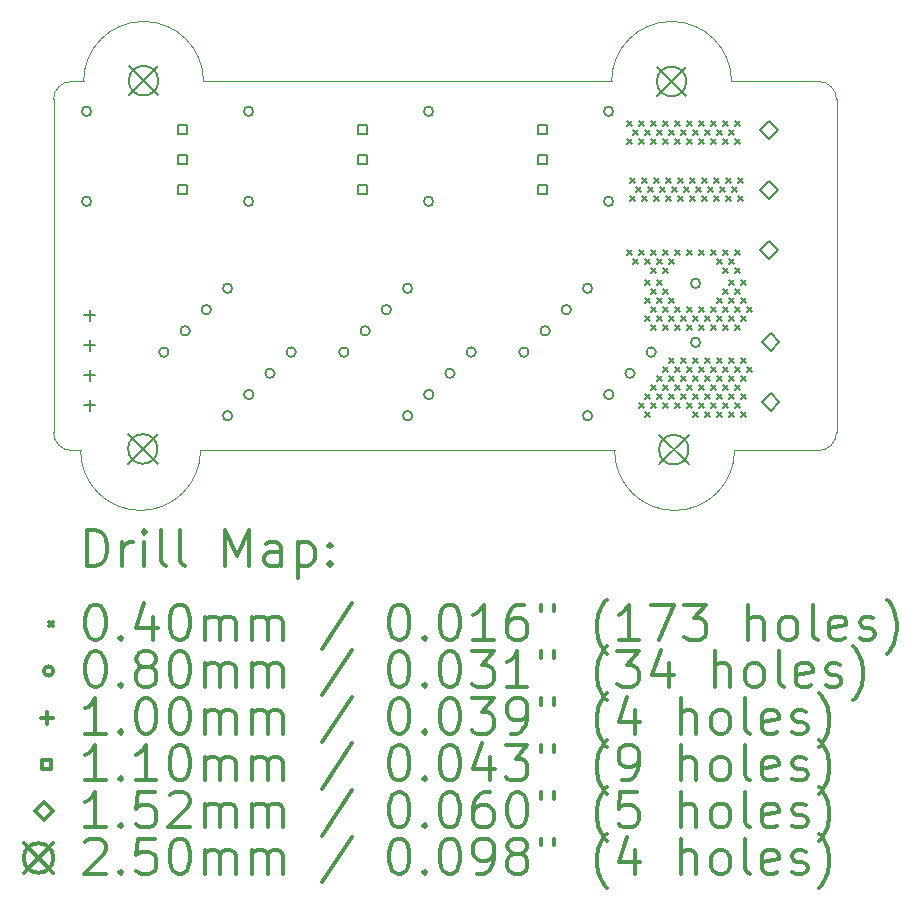
<source format=gbr>
%FSLAX45Y45*%
G04 Gerber Fmt 4.5, Leading zero omitted, Abs format (unit mm)*
G04 Created by KiCad (PCBNEW 5.1.6-c6e7f7d~87~ubuntu18.04.1) date 2021-06-08 22:03:30*
%MOMM*%
%LPD*%
G01*
G04 APERTURE LIST*
%TA.AperFunction,Profile*%
%ADD10C,0.050000*%
%TD*%
%ADD11C,0.200000*%
%ADD12C,0.300000*%
G04 APERTURE END LIST*
D10*
X21132800Y-10439400D02*
G75*
G02*
X20980400Y-10591800I-152400J0D01*
G01*
X20980400Y-7467600D02*
G75*
G02*
X21132800Y-7620000I0J-152400D01*
G01*
X14503400Y-7620000D02*
X14503400Y-10439400D01*
X14503400Y-7620000D02*
G75*
G02*
X14655800Y-7467600I152400J0D01*
G01*
X14655800Y-10591800D02*
G75*
G02*
X14503400Y-10439400I0J152400D01*
G01*
X14655800Y-7467600D02*
X14757400Y-7467600D01*
X14732000Y-10591800D02*
X14655800Y-10591800D01*
X19253200Y-10591800D02*
X15748000Y-10591800D01*
X20980400Y-10591800D02*
X20269200Y-10591800D01*
X21132800Y-7620000D02*
X21132800Y-10439400D01*
X20243800Y-7467600D02*
X20980400Y-7467600D01*
X15773400Y-7467600D02*
X19227800Y-7467600D01*
X20269200Y-10591800D02*
G75*
G02*
X19253200Y-10591800I-508000J0D01*
G01*
X19227800Y-7467600D02*
G75*
G02*
X20243800Y-7467600I508000J0D01*
G01*
X14757400Y-7467600D02*
G75*
G02*
X15773400Y-7467600I508000J0D01*
G01*
X15748000Y-10591800D02*
G75*
G02*
X14732000Y-10591800I-508000J0D01*
G01*
D11*
X19360200Y-7803200D02*
X19400200Y-7843200D01*
X19400200Y-7803200D02*
X19360200Y-7843200D01*
X19360200Y-7955600D02*
X19400200Y-7995600D01*
X19400200Y-7955600D02*
X19360200Y-7995600D01*
X19360200Y-8895400D02*
X19400200Y-8935400D01*
X19400200Y-8895400D02*
X19360200Y-8935400D01*
X19385600Y-8285800D02*
X19425600Y-8325800D01*
X19425600Y-8285800D02*
X19385600Y-8325800D01*
X19385600Y-8438200D02*
X19425600Y-8478200D01*
X19425600Y-8438200D02*
X19385600Y-8478200D01*
X19411000Y-7879400D02*
X19451000Y-7919400D01*
X19451000Y-7879400D02*
X19411000Y-7919400D01*
X19411000Y-8971600D02*
X19451000Y-9011600D01*
X19451000Y-8971600D02*
X19411000Y-9011600D01*
X19436400Y-8362000D02*
X19476400Y-8402000D01*
X19476400Y-8362000D02*
X19436400Y-8402000D01*
X19461800Y-7803200D02*
X19501800Y-7843200D01*
X19501800Y-7803200D02*
X19461800Y-7843200D01*
X19461800Y-7955600D02*
X19501800Y-7995600D01*
X19501800Y-7955600D02*
X19461800Y-7995600D01*
X19461800Y-8895400D02*
X19501800Y-8935400D01*
X19501800Y-8895400D02*
X19461800Y-8935400D01*
X19461800Y-10190800D02*
X19501800Y-10230800D01*
X19501800Y-10190800D02*
X19461800Y-10230800D01*
X19487200Y-8285800D02*
X19527200Y-8325800D01*
X19527200Y-8285800D02*
X19487200Y-8325800D01*
X19487200Y-8438200D02*
X19527200Y-8478200D01*
X19527200Y-8438200D02*
X19487200Y-8478200D01*
X19512600Y-7879400D02*
X19552600Y-7919400D01*
X19552600Y-7879400D02*
X19512600Y-7919400D01*
X19512600Y-8971600D02*
X19552600Y-9011600D01*
X19552600Y-8971600D02*
X19512600Y-9011600D01*
X19512600Y-9149400D02*
X19552600Y-9189400D01*
X19552600Y-9149400D02*
X19512600Y-9189400D01*
X19512600Y-9301800D02*
X19552600Y-9341800D01*
X19552600Y-9301800D02*
X19512600Y-9341800D01*
X19512600Y-9454200D02*
X19552600Y-9494200D01*
X19552600Y-9454200D02*
X19512600Y-9494200D01*
X19512600Y-10114600D02*
X19552600Y-10154600D01*
X19552600Y-10114600D02*
X19512600Y-10154600D01*
X19512600Y-10267000D02*
X19552600Y-10307000D01*
X19552600Y-10267000D02*
X19512600Y-10307000D01*
X19538000Y-8362000D02*
X19578000Y-8402000D01*
X19578000Y-8362000D02*
X19538000Y-8402000D01*
X19563400Y-7803200D02*
X19603400Y-7843200D01*
X19603400Y-7803200D02*
X19563400Y-7843200D01*
X19563400Y-7955600D02*
X19603400Y-7995600D01*
X19603400Y-7955600D02*
X19563400Y-7995600D01*
X19563400Y-8895400D02*
X19603400Y-8935400D01*
X19603400Y-8895400D02*
X19563400Y-8935400D01*
X19563400Y-9047800D02*
X19603400Y-9087800D01*
X19603400Y-9047800D02*
X19563400Y-9087800D01*
X19563400Y-9225600D02*
X19603400Y-9265600D01*
X19603400Y-9225600D02*
X19563400Y-9265600D01*
X19563400Y-9378000D02*
X19603400Y-9418000D01*
X19603400Y-9378000D02*
X19563400Y-9418000D01*
X19563400Y-9530400D02*
X19603400Y-9570400D01*
X19603400Y-9530400D02*
X19563400Y-9570400D01*
X19563400Y-10038400D02*
X19603400Y-10078400D01*
X19603400Y-10038400D02*
X19563400Y-10078400D01*
X19563400Y-10190800D02*
X19603400Y-10230800D01*
X19603400Y-10190800D02*
X19563400Y-10230800D01*
X19588800Y-8285800D02*
X19628800Y-8325800D01*
X19628800Y-8285800D02*
X19588800Y-8325800D01*
X19588800Y-8438200D02*
X19628800Y-8478200D01*
X19628800Y-8438200D02*
X19588800Y-8478200D01*
X19614200Y-7879400D02*
X19654200Y-7919400D01*
X19654200Y-7879400D02*
X19614200Y-7919400D01*
X19614200Y-8971600D02*
X19654200Y-9011600D01*
X19654200Y-8971600D02*
X19614200Y-9011600D01*
X19614200Y-9149400D02*
X19654200Y-9189400D01*
X19654200Y-9149400D02*
X19614200Y-9189400D01*
X19614200Y-9301800D02*
X19654200Y-9341800D01*
X19654200Y-9301800D02*
X19614200Y-9341800D01*
X19614200Y-9454200D02*
X19654200Y-9494200D01*
X19654200Y-9454200D02*
X19614200Y-9494200D01*
X19614200Y-9962200D02*
X19654200Y-10002200D01*
X19654200Y-9962200D02*
X19614200Y-10002200D01*
X19614200Y-10114600D02*
X19654200Y-10154600D01*
X19654200Y-10114600D02*
X19614200Y-10154600D01*
X19639600Y-8362000D02*
X19679600Y-8402000D01*
X19679600Y-8362000D02*
X19639600Y-8402000D01*
X19665000Y-7803200D02*
X19705000Y-7843200D01*
X19705000Y-7803200D02*
X19665000Y-7843200D01*
X19665000Y-7955600D02*
X19705000Y-7995600D01*
X19705000Y-7955600D02*
X19665000Y-7995600D01*
X19665000Y-8895400D02*
X19705000Y-8935400D01*
X19705000Y-8895400D02*
X19665000Y-8935400D01*
X19665000Y-9047800D02*
X19705000Y-9087800D01*
X19705000Y-9047800D02*
X19665000Y-9087800D01*
X19665000Y-9225600D02*
X19705000Y-9265600D01*
X19705000Y-9225600D02*
X19665000Y-9265600D01*
X19665000Y-9378000D02*
X19705000Y-9418000D01*
X19705000Y-9378000D02*
X19665000Y-9418000D01*
X19665000Y-9530400D02*
X19705000Y-9570400D01*
X19705000Y-9530400D02*
X19665000Y-9570400D01*
X19665000Y-9886000D02*
X19705000Y-9926000D01*
X19705000Y-9886000D02*
X19665000Y-9926000D01*
X19665000Y-10038400D02*
X19705000Y-10078400D01*
X19705000Y-10038400D02*
X19665000Y-10078400D01*
X19665000Y-10190800D02*
X19705000Y-10230800D01*
X19705000Y-10190800D02*
X19665000Y-10230800D01*
X19690400Y-8285800D02*
X19730400Y-8325800D01*
X19730400Y-8285800D02*
X19690400Y-8325800D01*
X19690400Y-8438200D02*
X19730400Y-8478200D01*
X19730400Y-8438200D02*
X19690400Y-8478200D01*
X19715800Y-7879400D02*
X19755800Y-7919400D01*
X19755800Y-7879400D02*
X19715800Y-7919400D01*
X19715800Y-8971600D02*
X19755800Y-9011600D01*
X19755800Y-8971600D02*
X19715800Y-9011600D01*
X19715800Y-9301800D02*
X19755800Y-9341800D01*
X19755800Y-9301800D02*
X19715800Y-9341800D01*
X19715800Y-9454200D02*
X19755800Y-9494200D01*
X19755800Y-9454200D02*
X19715800Y-9494200D01*
X19715800Y-9809800D02*
X19755800Y-9849800D01*
X19755800Y-9809800D02*
X19715800Y-9849800D01*
X19715800Y-9962200D02*
X19755800Y-10002200D01*
X19755800Y-9962200D02*
X19715800Y-10002200D01*
X19715800Y-10114600D02*
X19755800Y-10154600D01*
X19755800Y-10114600D02*
X19715800Y-10154600D01*
X19741200Y-8362000D02*
X19781200Y-8402000D01*
X19781200Y-8362000D02*
X19741200Y-8402000D01*
X19766600Y-7803200D02*
X19806600Y-7843200D01*
X19806600Y-7803200D02*
X19766600Y-7843200D01*
X19766600Y-7955600D02*
X19806600Y-7995600D01*
X19806600Y-7955600D02*
X19766600Y-7995600D01*
X19766600Y-8895400D02*
X19806600Y-8935400D01*
X19806600Y-8895400D02*
X19766600Y-8935400D01*
X19766600Y-9378000D02*
X19806600Y-9418000D01*
X19806600Y-9378000D02*
X19766600Y-9418000D01*
X19766600Y-9530400D02*
X19806600Y-9570400D01*
X19806600Y-9530400D02*
X19766600Y-9570400D01*
X19766600Y-9886000D02*
X19806600Y-9926000D01*
X19806600Y-9886000D02*
X19766600Y-9926000D01*
X19766600Y-10038400D02*
X19806600Y-10078400D01*
X19806600Y-10038400D02*
X19766600Y-10078400D01*
X19766600Y-10190800D02*
X19806600Y-10230800D01*
X19806600Y-10190800D02*
X19766600Y-10230800D01*
X19792000Y-8285800D02*
X19832000Y-8325800D01*
X19832000Y-8285800D02*
X19792000Y-8325800D01*
X19792000Y-8438200D02*
X19832000Y-8478200D01*
X19832000Y-8438200D02*
X19792000Y-8478200D01*
X19817400Y-7879400D02*
X19857400Y-7919400D01*
X19857400Y-7879400D02*
X19817400Y-7919400D01*
X19817400Y-9454200D02*
X19857400Y-9494200D01*
X19857400Y-9454200D02*
X19817400Y-9494200D01*
X19817400Y-9809800D02*
X19857400Y-9849800D01*
X19857400Y-9809800D02*
X19817400Y-9849800D01*
X19817400Y-9962200D02*
X19857400Y-10002200D01*
X19857400Y-9962200D02*
X19817400Y-10002200D01*
X19817400Y-10114600D02*
X19857400Y-10154600D01*
X19857400Y-10114600D02*
X19817400Y-10154600D01*
X19842800Y-8362000D02*
X19882800Y-8402000D01*
X19882800Y-8362000D02*
X19842800Y-8402000D01*
X19868200Y-7803200D02*
X19908200Y-7843200D01*
X19908200Y-7803200D02*
X19868200Y-7843200D01*
X19868200Y-7955600D02*
X19908200Y-7995600D01*
X19908200Y-7955600D02*
X19868200Y-7995600D01*
X19868200Y-8895400D02*
X19908200Y-8935400D01*
X19908200Y-8895400D02*
X19868200Y-8935400D01*
X19868200Y-9378000D02*
X19908200Y-9418000D01*
X19908200Y-9378000D02*
X19868200Y-9418000D01*
X19868200Y-9530400D02*
X19908200Y-9570400D01*
X19908200Y-9530400D02*
X19868200Y-9570400D01*
X19868200Y-9886000D02*
X19908200Y-9926000D01*
X19908200Y-9886000D02*
X19868200Y-9926000D01*
X19868200Y-10038400D02*
X19908200Y-10078400D01*
X19908200Y-10038400D02*
X19868200Y-10078400D01*
X19868200Y-10190800D02*
X19908200Y-10230800D01*
X19908200Y-10190800D02*
X19868200Y-10230800D01*
X19893600Y-8285800D02*
X19933600Y-8325800D01*
X19933600Y-8285800D02*
X19893600Y-8325800D01*
X19893600Y-8438200D02*
X19933600Y-8478200D01*
X19933600Y-8438200D02*
X19893600Y-8478200D01*
X19919000Y-7879400D02*
X19959000Y-7919400D01*
X19959000Y-7879400D02*
X19919000Y-7919400D01*
X19919000Y-9454200D02*
X19959000Y-9494200D01*
X19959000Y-9454200D02*
X19919000Y-9494200D01*
X19919000Y-9809800D02*
X19959000Y-9849800D01*
X19959000Y-9809800D02*
X19919000Y-9849800D01*
X19919000Y-9962200D02*
X19959000Y-10002200D01*
X19959000Y-9962200D02*
X19919000Y-10002200D01*
X19919000Y-10114600D02*
X19959000Y-10154600D01*
X19959000Y-10114600D02*
X19919000Y-10154600D01*
X19919000Y-10267000D02*
X19959000Y-10307000D01*
X19959000Y-10267000D02*
X19919000Y-10307000D01*
X19944400Y-8362000D02*
X19984400Y-8402000D01*
X19984400Y-8362000D02*
X19944400Y-8402000D01*
X19969800Y-7803200D02*
X20009800Y-7843200D01*
X20009800Y-7803200D02*
X19969800Y-7843200D01*
X19969800Y-7955600D02*
X20009800Y-7995600D01*
X20009800Y-7955600D02*
X19969800Y-7995600D01*
X19969800Y-8895400D02*
X20009800Y-8935400D01*
X20009800Y-8895400D02*
X19969800Y-8935400D01*
X19969800Y-9378000D02*
X20009800Y-9418000D01*
X20009800Y-9378000D02*
X19969800Y-9418000D01*
X19969800Y-9530400D02*
X20009800Y-9570400D01*
X20009800Y-9530400D02*
X19969800Y-9570400D01*
X19969800Y-9886000D02*
X20009800Y-9926000D01*
X20009800Y-9886000D02*
X19969800Y-9926000D01*
X19969800Y-10038400D02*
X20009800Y-10078400D01*
X20009800Y-10038400D02*
X19969800Y-10078400D01*
X19969800Y-10190800D02*
X20009800Y-10230800D01*
X20009800Y-10190800D02*
X19969800Y-10230800D01*
X19995200Y-8285800D02*
X20035200Y-8325800D01*
X20035200Y-8285800D02*
X19995200Y-8325800D01*
X19995200Y-8438200D02*
X20035200Y-8478200D01*
X20035200Y-8438200D02*
X19995200Y-8478200D01*
X20020600Y-7879400D02*
X20060600Y-7919400D01*
X20060600Y-7879400D02*
X20020600Y-7919400D01*
X20020600Y-9454200D02*
X20060600Y-9494200D01*
X20060600Y-9454200D02*
X20020600Y-9494200D01*
X20020600Y-9809800D02*
X20060600Y-9849800D01*
X20060600Y-9809800D02*
X20020600Y-9849800D01*
X20020600Y-9962200D02*
X20060600Y-10002200D01*
X20060600Y-9962200D02*
X20020600Y-10002200D01*
X20020600Y-10114600D02*
X20060600Y-10154600D01*
X20060600Y-10114600D02*
X20020600Y-10154600D01*
X20020600Y-10267000D02*
X20060600Y-10307000D01*
X20060600Y-10267000D02*
X20020600Y-10307000D01*
X20046000Y-8362000D02*
X20086000Y-8402000D01*
X20086000Y-8362000D02*
X20046000Y-8402000D01*
X20071400Y-7803200D02*
X20111400Y-7843200D01*
X20111400Y-7803200D02*
X20071400Y-7843200D01*
X20071400Y-7955600D02*
X20111400Y-7995600D01*
X20111400Y-7955600D02*
X20071400Y-7995600D01*
X20071400Y-8895400D02*
X20111400Y-8935400D01*
X20111400Y-8895400D02*
X20071400Y-8935400D01*
X20071400Y-9378000D02*
X20111400Y-9418000D01*
X20111400Y-9378000D02*
X20071400Y-9418000D01*
X20071400Y-9530400D02*
X20111400Y-9570400D01*
X20111400Y-9530400D02*
X20071400Y-9570400D01*
X20071400Y-9886000D02*
X20111400Y-9926000D01*
X20111400Y-9886000D02*
X20071400Y-9926000D01*
X20071400Y-10038400D02*
X20111400Y-10078400D01*
X20111400Y-10038400D02*
X20071400Y-10078400D01*
X20071400Y-10190800D02*
X20111400Y-10230800D01*
X20111400Y-10190800D02*
X20071400Y-10230800D01*
X20096800Y-8285800D02*
X20136800Y-8325800D01*
X20136800Y-8285800D02*
X20096800Y-8325800D01*
X20096800Y-8438200D02*
X20136800Y-8478200D01*
X20136800Y-8438200D02*
X20096800Y-8478200D01*
X20122200Y-7879400D02*
X20162200Y-7919400D01*
X20162200Y-7879400D02*
X20122200Y-7919400D01*
X20122200Y-8971600D02*
X20162200Y-9011600D01*
X20162200Y-8971600D02*
X20122200Y-9011600D01*
X20122200Y-9301800D02*
X20162200Y-9341800D01*
X20162200Y-9301800D02*
X20122200Y-9341800D01*
X20122200Y-9454200D02*
X20162200Y-9494200D01*
X20162200Y-9454200D02*
X20122200Y-9494200D01*
X20122200Y-9809800D02*
X20162200Y-9849800D01*
X20162200Y-9809800D02*
X20122200Y-9849800D01*
X20122200Y-9962200D02*
X20162200Y-10002200D01*
X20162200Y-9962200D02*
X20122200Y-10002200D01*
X20122200Y-10114600D02*
X20162200Y-10154600D01*
X20162200Y-10114600D02*
X20122200Y-10154600D01*
X20122200Y-10267000D02*
X20162200Y-10307000D01*
X20162200Y-10267000D02*
X20122200Y-10307000D01*
X20147600Y-8362000D02*
X20187600Y-8402000D01*
X20187600Y-8362000D02*
X20147600Y-8402000D01*
X20173000Y-7803200D02*
X20213000Y-7843200D01*
X20213000Y-7803200D02*
X20173000Y-7843200D01*
X20173000Y-7955600D02*
X20213000Y-7995600D01*
X20213000Y-7955600D02*
X20173000Y-7995600D01*
X20173000Y-8895400D02*
X20213000Y-8935400D01*
X20213000Y-8895400D02*
X20173000Y-8935400D01*
X20173000Y-9047800D02*
X20213000Y-9087800D01*
X20213000Y-9047800D02*
X20173000Y-9087800D01*
X20173000Y-9225600D02*
X20213000Y-9265600D01*
X20213000Y-9225600D02*
X20173000Y-9265600D01*
X20173000Y-9378000D02*
X20213000Y-9418000D01*
X20213000Y-9378000D02*
X20173000Y-9418000D01*
X20173000Y-9530400D02*
X20213000Y-9570400D01*
X20213000Y-9530400D02*
X20173000Y-9570400D01*
X20173000Y-9886000D02*
X20213000Y-9926000D01*
X20213000Y-9886000D02*
X20173000Y-9926000D01*
X20173000Y-10038400D02*
X20213000Y-10078400D01*
X20213000Y-10038400D02*
X20173000Y-10078400D01*
X20173000Y-10190800D02*
X20213000Y-10230800D01*
X20213000Y-10190800D02*
X20173000Y-10230800D01*
X20198400Y-8285800D02*
X20238400Y-8325800D01*
X20238400Y-8285800D02*
X20198400Y-8325800D01*
X20198400Y-8438200D02*
X20238400Y-8478200D01*
X20238400Y-8438200D02*
X20198400Y-8478200D01*
X20223800Y-7879400D02*
X20263800Y-7919400D01*
X20263800Y-7879400D02*
X20223800Y-7919400D01*
X20223800Y-8971600D02*
X20263800Y-9011600D01*
X20263800Y-8971600D02*
X20223800Y-9011600D01*
X20223800Y-9149400D02*
X20263800Y-9189400D01*
X20263800Y-9149400D02*
X20223800Y-9189400D01*
X20223800Y-9301800D02*
X20263800Y-9341800D01*
X20263800Y-9301800D02*
X20223800Y-9341800D01*
X20223800Y-9454200D02*
X20263800Y-9494200D01*
X20263800Y-9454200D02*
X20223800Y-9494200D01*
X20223800Y-9809800D02*
X20263800Y-9849800D01*
X20263800Y-9809800D02*
X20223800Y-9849800D01*
X20223800Y-9962200D02*
X20263800Y-10002200D01*
X20263800Y-9962200D02*
X20223800Y-10002200D01*
X20223800Y-10114600D02*
X20263800Y-10154600D01*
X20263800Y-10114600D02*
X20223800Y-10154600D01*
X20223800Y-10267000D02*
X20263800Y-10307000D01*
X20263800Y-10267000D02*
X20223800Y-10307000D01*
X20249200Y-8362000D02*
X20289200Y-8402000D01*
X20289200Y-8362000D02*
X20249200Y-8402000D01*
X20274600Y-7803200D02*
X20314600Y-7843200D01*
X20314600Y-7803200D02*
X20274600Y-7843200D01*
X20274600Y-7955600D02*
X20314600Y-7995600D01*
X20314600Y-7955600D02*
X20274600Y-7995600D01*
X20274600Y-8895400D02*
X20314600Y-8935400D01*
X20314600Y-8895400D02*
X20274600Y-8935400D01*
X20274600Y-9047800D02*
X20314600Y-9087800D01*
X20314600Y-9047800D02*
X20274600Y-9087800D01*
X20274600Y-9225600D02*
X20314600Y-9265600D01*
X20314600Y-9225600D02*
X20274600Y-9265600D01*
X20274600Y-9378000D02*
X20314600Y-9418000D01*
X20314600Y-9378000D02*
X20274600Y-9418000D01*
X20274600Y-9530400D02*
X20314600Y-9570400D01*
X20314600Y-9530400D02*
X20274600Y-9570400D01*
X20274600Y-9886000D02*
X20314600Y-9926000D01*
X20314600Y-9886000D02*
X20274600Y-9926000D01*
X20274600Y-10038400D02*
X20314600Y-10078400D01*
X20314600Y-10038400D02*
X20274600Y-10078400D01*
X20274600Y-10190800D02*
X20314600Y-10230800D01*
X20314600Y-10190800D02*
X20274600Y-10230800D01*
X20300000Y-8285800D02*
X20340000Y-8325800D01*
X20340000Y-8285800D02*
X20300000Y-8325800D01*
X20300000Y-8438200D02*
X20340000Y-8478200D01*
X20340000Y-8438200D02*
X20300000Y-8478200D01*
X20325400Y-9149400D02*
X20365400Y-9189400D01*
X20365400Y-9149400D02*
X20325400Y-9189400D01*
X20325400Y-9301800D02*
X20365400Y-9341800D01*
X20365400Y-9301800D02*
X20325400Y-9341800D01*
X20325400Y-9454200D02*
X20365400Y-9494200D01*
X20365400Y-9454200D02*
X20325400Y-9494200D01*
X20325400Y-9809800D02*
X20365400Y-9849800D01*
X20365400Y-9809800D02*
X20325400Y-9849800D01*
X20325400Y-9962200D02*
X20365400Y-10002200D01*
X20365400Y-9962200D02*
X20325400Y-10002200D01*
X20325400Y-10114600D02*
X20365400Y-10154600D01*
X20365400Y-10114600D02*
X20325400Y-10154600D01*
X20325400Y-10267000D02*
X20365400Y-10307000D01*
X20365400Y-10267000D02*
X20325400Y-10307000D01*
X20376200Y-9378000D02*
X20416200Y-9418000D01*
X20416200Y-9378000D02*
X20376200Y-9418000D01*
X20376200Y-9886000D02*
X20416200Y-9926000D01*
X20416200Y-9886000D02*
X20376200Y-9926000D01*
X15477785Y-9759015D02*
G75*
G03*
X15477785Y-9759015I-40000J0D01*
G01*
X15657390Y-9579410D02*
G75*
G03*
X15657390Y-9579410I-40000J0D01*
G01*
X15836995Y-9399805D02*
G75*
G03*
X15836995Y-9399805I-40000J0D01*
G01*
X16016600Y-9220200D02*
G75*
G03*
X16016600Y-9220200I-40000J0D01*
G01*
X16016600Y-10297831D02*
G75*
G03*
X16016600Y-10297831I-40000J0D01*
G01*
X16196205Y-10118226D02*
G75*
G03*
X16196205Y-10118226I-40000J0D01*
G01*
X16375810Y-9938621D02*
G75*
G03*
X16375810Y-9938621I-40000J0D01*
G01*
X16555415Y-9759015D02*
G75*
G03*
X16555415Y-9759015I-40000J0D01*
G01*
X16194400Y-7721600D02*
G75*
G03*
X16194400Y-7721600I-40000J0D01*
G01*
X16194400Y-8483600D02*
G75*
G03*
X16194400Y-8483600I-40000J0D01*
G01*
X17718400Y-7721600D02*
G75*
G03*
X17718400Y-7721600I-40000J0D01*
G01*
X17718400Y-8483600D02*
G75*
G03*
X17718400Y-8483600I-40000J0D01*
G01*
X18525785Y-9759015D02*
G75*
G03*
X18525785Y-9759015I-40000J0D01*
G01*
X18705390Y-9579410D02*
G75*
G03*
X18705390Y-9579410I-40000J0D01*
G01*
X18884995Y-9399805D02*
G75*
G03*
X18884995Y-9399805I-40000J0D01*
G01*
X19064600Y-9220200D02*
G75*
G03*
X19064600Y-9220200I-40000J0D01*
G01*
X19064600Y-10297831D02*
G75*
G03*
X19064600Y-10297831I-40000J0D01*
G01*
X19244205Y-10118226D02*
G75*
G03*
X19244205Y-10118226I-40000J0D01*
G01*
X19423810Y-9938621D02*
G75*
G03*
X19423810Y-9938621I-40000J0D01*
G01*
X19603415Y-9759015D02*
G75*
G03*
X19603415Y-9759015I-40000J0D01*
G01*
X14822800Y-7721600D02*
G75*
G03*
X14822800Y-7721600I-40000J0D01*
G01*
X14822800Y-8483600D02*
G75*
G03*
X14822800Y-8483600I-40000J0D01*
G01*
X19979000Y-9177400D02*
G75*
G03*
X19979000Y-9177400I-40000J0D01*
G01*
X19979000Y-9677400D02*
G75*
G03*
X19979000Y-9677400I-40000J0D01*
G01*
X17001785Y-9759015D02*
G75*
G03*
X17001785Y-9759015I-40000J0D01*
G01*
X17181390Y-9579410D02*
G75*
G03*
X17181390Y-9579410I-40000J0D01*
G01*
X17360995Y-9399805D02*
G75*
G03*
X17360995Y-9399805I-40000J0D01*
G01*
X17540600Y-9220200D02*
G75*
G03*
X17540600Y-9220200I-40000J0D01*
G01*
X17540600Y-10297831D02*
G75*
G03*
X17540600Y-10297831I-40000J0D01*
G01*
X17720205Y-10118226D02*
G75*
G03*
X17720205Y-10118226I-40000J0D01*
G01*
X17899810Y-9938621D02*
G75*
G03*
X17899810Y-9938621I-40000J0D01*
G01*
X18079415Y-9759015D02*
G75*
G03*
X18079415Y-9759015I-40000J0D01*
G01*
X19242400Y-7721600D02*
G75*
G03*
X19242400Y-7721600I-40000J0D01*
G01*
X19242400Y-8483600D02*
G75*
G03*
X19242400Y-8483600I-40000J0D01*
G01*
X14808200Y-9398800D02*
X14808200Y-9498800D01*
X14758200Y-9448800D02*
X14858200Y-9448800D01*
X14808200Y-9652800D02*
X14808200Y-9752800D01*
X14758200Y-9702800D02*
X14858200Y-9702800D01*
X14808200Y-9906800D02*
X14808200Y-10006800D01*
X14758200Y-9956800D02*
X14858200Y-9956800D01*
X14808200Y-10160800D02*
X14808200Y-10260800D01*
X14758200Y-10210800D02*
X14858200Y-10210800D01*
X15634491Y-7912891D02*
X15634491Y-7835109D01*
X15556709Y-7835109D01*
X15556709Y-7912891D01*
X15634491Y-7912891D01*
X15634491Y-8166891D02*
X15634491Y-8089109D01*
X15556709Y-8089109D01*
X15556709Y-8166891D01*
X15634491Y-8166891D01*
X15634491Y-8420891D02*
X15634491Y-8343109D01*
X15556709Y-8343109D01*
X15556709Y-8420891D01*
X15634491Y-8420891D01*
X17158491Y-7912891D02*
X17158491Y-7835109D01*
X17080709Y-7835109D01*
X17080709Y-7912891D01*
X17158491Y-7912891D01*
X17158491Y-8166891D02*
X17158491Y-8089109D01*
X17080709Y-8089109D01*
X17080709Y-8166891D01*
X17158491Y-8166891D01*
X17158491Y-8420891D02*
X17158491Y-8343109D01*
X17080709Y-8343109D01*
X17080709Y-8420891D01*
X17158491Y-8420891D01*
X18682491Y-7912891D02*
X18682491Y-7835109D01*
X18604709Y-7835109D01*
X18604709Y-7912891D01*
X18682491Y-7912891D01*
X18682491Y-8166891D02*
X18682491Y-8089109D01*
X18604709Y-8089109D01*
X18604709Y-8166891D01*
X18682491Y-8166891D01*
X18682491Y-8420891D02*
X18682491Y-8343109D01*
X18604709Y-8343109D01*
X18604709Y-8420891D01*
X18682491Y-8420891D01*
X20561300Y-7956350D02*
X20637300Y-7880350D01*
X20561300Y-7804350D01*
X20485300Y-7880350D01*
X20561300Y-7956350D01*
X20561300Y-8464350D02*
X20637300Y-8388350D01*
X20561300Y-8312350D01*
X20485300Y-8388350D01*
X20561300Y-8464350D01*
X20561300Y-8972350D02*
X20637300Y-8896350D01*
X20561300Y-8820350D01*
X20485300Y-8896350D01*
X20561300Y-8972350D01*
X20574000Y-9753400D02*
X20650000Y-9677400D01*
X20574000Y-9601400D01*
X20498000Y-9677400D01*
X20574000Y-9753400D01*
X20574000Y-10261400D02*
X20650000Y-10185400D01*
X20574000Y-10109400D01*
X20498000Y-10185400D01*
X20574000Y-10261400D01*
X15134050Y-10454100D02*
X15384050Y-10704100D01*
X15384050Y-10454100D02*
X15134050Y-10704100D01*
X15384050Y-10579100D02*
G75*
G03*
X15384050Y-10579100I-125000J0D01*
G01*
X19610800Y-7342600D02*
X19860800Y-7592600D01*
X19860800Y-7342600D02*
X19610800Y-7592600D01*
X19860800Y-7467600D02*
G75*
G03*
X19860800Y-7467600I-125000J0D01*
G01*
X15140400Y-7336250D02*
X15390400Y-7586250D01*
X15390400Y-7336250D02*
X15140400Y-7586250D01*
X15390400Y-7461250D02*
G75*
G03*
X15390400Y-7461250I-125000J0D01*
G01*
X19629850Y-10460450D02*
X19879850Y-10710450D01*
X19879850Y-10460450D02*
X19629850Y-10710450D01*
X19879850Y-10585450D02*
G75*
G03*
X19879850Y-10585450I-125000J0D01*
G01*
D12*
X14787328Y-11568014D02*
X14787328Y-11268014D01*
X14858757Y-11268014D01*
X14901614Y-11282300D01*
X14930186Y-11310871D01*
X14944471Y-11339443D01*
X14958757Y-11396586D01*
X14958757Y-11439443D01*
X14944471Y-11496586D01*
X14930186Y-11525157D01*
X14901614Y-11553729D01*
X14858757Y-11568014D01*
X14787328Y-11568014D01*
X15087328Y-11568014D02*
X15087328Y-11368014D01*
X15087328Y-11425157D02*
X15101614Y-11396586D01*
X15115900Y-11382300D01*
X15144471Y-11368014D01*
X15173043Y-11368014D01*
X15273043Y-11568014D02*
X15273043Y-11368014D01*
X15273043Y-11268014D02*
X15258757Y-11282300D01*
X15273043Y-11296586D01*
X15287328Y-11282300D01*
X15273043Y-11268014D01*
X15273043Y-11296586D01*
X15458757Y-11568014D02*
X15430186Y-11553729D01*
X15415900Y-11525157D01*
X15415900Y-11268014D01*
X15615900Y-11568014D02*
X15587328Y-11553729D01*
X15573043Y-11525157D01*
X15573043Y-11268014D01*
X15958757Y-11568014D02*
X15958757Y-11268014D01*
X16058757Y-11482300D01*
X16158757Y-11268014D01*
X16158757Y-11568014D01*
X16430186Y-11568014D02*
X16430186Y-11410871D01*
X16415900Y-11382300D01*
X16387328Y-11368014D01*
X16330186Y-11368014D01*
X16301614Y-11382300D01*
X16430186Y-11553729D02*
X16401614Y-11568014D01*
X16330186Y-11568014D01*
X16301614Y-11553729D01*
X16287328Y-11525157D01*
X16287328Y-11496586D01*
X16301614Y-11468014D01*
X16330186Y-11453729D01*
X16401614Y-11453729D01*
X16430186Y-11439443D01*
X16573043Y-11368014D02*
X16573043Y-11668014D01*
X16573043Y-11382300D02*
X16601614Y-11368014D01*
X16658757Y-11368014D01*
X16687328Y-11382300D01*
X16701614Y-11396586D01*
X16715900Y-11425157D01*
X16715900Y-11510871D01*
X16701614Y-11539443D01*
X16687328Y-11553729D01*
X16658757Y-11568014D01*
X16601614Y-11568014D01*
X16573043Y-11553729D01*
X16844471Y-11539443D02*
X16858757Y-11553729D01*
X16844471Y-11568014D01*
X16830186Y-11553729D01*
X16844471Y-11539443D01*
X16844471Y-11568014D01*
X16844471Y-11382300D02*
X16858757Y-11396586D01*
X16844471Y-11410871D01*
X16830186Y-11396586D01*
X16844471Y-11382300D01*
X16844471Y-11410871D01*
X14460900Y-12042300D02*
X14500900Y-12082300D01*
X14500900Y-12042300D02*
X14460900Y-12082300D01*
X14844471Y-11898014D02*
X14873043Y-11898014D01*
X14901614Y-11912300D01*
X14915900Y-11926586D01*
X14930186Y-11955157D01*
X14944471Y-12012300D01*
X14944471Y-12083729D01*
X14930186Y-12140871D01*
X14915900Y-12169443D01*
X14901614Y-12183729D01*
X14873043Y-12198014D01*
X14844471Y-12198014D01*
X14815900Y-12183729D01*
X14801614Y-12169443D01*
X14787328Y-12140871D01*
X14773043Y-12083729D01*
X14773043Y-12012300D01*
X14787328Y-11955157D01*
X14801614Y-11926586D01*
X14815900Y-11912300D01*
X14844471Y-11898014D01*
X15073043Y-12169443D02*
X15087328Y-12183729D01*
X15073043Y-12198014D01*
X15058757Y-12183729D01*
X15073043Y-12169443D01*
X15073043Y-12198014D01*
X15344471Y-11998014D02*
X15344471Y-12198014D01*
X15273043Y-11883729D02*
X15201614Y-12098014D01*
X15387328Y-12098014D01*
X15558757Y-11898014D02*
X15587328Y-11898014D01*
X15615900Y-11912300D01*
X15630186Y-11926586D01*
X15644471Y-11955157D01*
X15658757Y-12012300D01*
X15658757Y-12083729D01*
X15644471Y-12140871D01*
X15630186Y-12169443D01*
X15615900Y-12183729D01*
X15587328Y-12198014D01*
X15558757Y-12198014D01*
X15530186Y-12183729D01*
X15515900Y-12169443D01*
X15501614Y-12140871D01*
X15487328Y-12083729D01*
X15487328Y-12012300D01*
X15501614Y-11955157D01*
X15515900Y-11926586D01*
X15530186Y-11912300D01*
X15558757Y-11898014D01*
X15787328Y-12198014D02*
X15787328Y-11998014D01*
X15787328Y-12026586D02*
X15801614Y-12012300D01*
X15830186Y-11998014D01*
X15873043Y-11998014D01*
X15901614Y-12012300D01*
X15915900Y-12040871D01*
X15915900Y-12198014D01*
X15915900Y-12040871D02*
X15930186Y-12012300D01*
X15958757Y-11998014D01*
X16001614Y-11998014D01*
X16030186Y-12012300D01*
X16044471Y-12040871D01*
X16044471Y-12198014D01*
X16187328Y-12198014D02*
X16187328Y-11998014D01*
X16187328Y-12026586D02*
X16201614Y-12012300D01*
X16230186Y-11998014D01*
X16273043Y-11998014D01*
X16301614Y-12012300D01*
X16315900Y-12040871D01*
X16315900Y-12198014D01*
X16315900Y-12040871D02*
X16330186Y-12012300D01*
X16358757Y-11998014D01*
X16401614Y-11998014D01*
X16430186Y-12012300D01*
X16444471Y-12040871D01*
X16444471Y-12198014D01*
X17030186Y-11883729D02*
X16773043Y-12269443D01*
X17415900Y-11898014D02*
X17444471Y-11898014D01*
X17473043Y-11912300D01*
X17487328Y-11926586D01*
X17501614Y-11955157D01*
X17515900Y-12012300D01*
X17515900Y-12083729D01*
X17501614Y-12140871D01*
X17487328Y-12169443D01*
X17473043Y-12183729D01*
X17444471Y-12198014D01*
X17415900Y-12198014D01*
X17387328Y-12183729D01*
X17373043Y-12169443D01*
X17358757Y-12140871D01*
X17344471Y-12083729D01*
X17344471Y-12012300D01*
X17358757Y-11955157D01*
X17373043Y-11926586D01*
X17387328Y-11912300D01*
X17415900Y-11898014D01*
X17644471Y-12169443D02*
X17658757Y-12183729D01*
X17644471Y-12198014D01*
X17630186Y-12183729D01*
X17644471Y-12169443D01*
X17644471Y-12198014D01*
X17844471Y-11898014D02*
X17873043Y-11898014D01*
X17901614Y-11912300D01*
X17915900Y-11926586D01*
X17930186Y-11955157D01*
X17944471Y-12012300D01*
X17944471Y-12083729D01*
X17930186Y-12140871D01*
X17915900Y-12169443D01*
X17901614Y-12183729D01*
X17873043Y-12198014D01*
X17844471Y-12198014D01*
X17815900Y-12183729D01*
X17801614Y-12169443D01*
X17787328Y-12140871D01*
X17773043Y-12083729D01*
X17773043Y-12012300D01*
X17787328Y-11955157D01*
X17801614Y-11926586D01*
X17815900Y-11912300D01*
X17844471Y-11898014D01*
X18230186Y-12198014D02*
X18058757Y-12198014D01*
X18144471Y-12198014D02*
X18144471Y-11898014D01*
X18115900Y-11940871D01*
X18087328Y-11969443D01*
X18058757Y-11983729D01*
X18487328Y-11898014D02*
X18430186Y-11898014D01*
X18401614Y-11912300D01*
X18387328Y-11926586D01*
X18358757Y-11969443D01*
X18344471Y-12026586D01*
X18344471Y-12140871D01*
X18358757Y-12169443D01*
X18373043Y-12183729D01*
X18401614Y-12198014D01*
X18458757Y-12198014D01*
X18487328Y-12183729D01*
X18501614Y-12169443D01*
X18515900Y-12140871D01*
X18515900Y-12069443D01*
X18501614Y-12040871D01*
X18487328Y-12026586D01*
X18458757Y-12012300D01*
X18401614Y-12012300D01*
X18373043Y-12026586D01*
X18358757Y-12040871D01*
X18344471Y-12069443D01*
X18630186Y-11898014D02*
X18630186Y-11955157D01*
X18744471Y-11898014D02*
X18744471Y-11955157D01*
X19187328Y-12312300D02*
X19173043Y-12298014D01*
X19144471Y-12255157D01*
X19130186Y-12226586D01*
X19115900Y-12183729D01*
X19101614Y-12112300D01*
X19101614Y-12055157D01*
X19115900Y-11983729D01*
X19130186Y-11940871D01*
X19144471Y-11912300D01*
X19173043Y-11869443D01*
X19187328Y-11855157D01*
X19458757Y-12198014D02*
X19287328Y-12198014D01*
X19373043Y-12198014D02*
X19373043Y-11898014D01*
X19344471Y-11940871D01*
X19315900Y-11969443D01*
X19287328Y-11983729D01*
X19558757Y-11898014D02*
X19758757Y-11898014D01*
X19630186Y-12198014D01*
X19844471Y-11898014D02*
X20030186Y-11898014D01*
X19930186Y-12012300D01*
X19973043Y-12012300D01*
X20001614Y-12026586D01*
X20015900Y-12040871D01*
X20030186Y-12069443D01*
X20030186Y-12140871D01*
X20015900Y-12169443D01*
X20001614Y-12183729D01*
X19973043Y-12198014D01*
X19887328Y-12198014D01*
X19858757Y-12183729D01*
X19844471Y-12169443D01*
X20387328Y-12198014D02*
X20387328Y-11898014D01*
X20515900Y-12198014D02*
X20515900Y-12040871D01*
X20501614Y-12012300D01*
X20473043Y-11998014D01*
X20430186Y-11998014D01*
X20401614Y-12012300D01*
X20387328Y-12026586D01*
X20701614Y-12198014D02*
X20673043Y-12183729D01*
X20658757Y-12169443D01*
X20644471Y-12140871D01*
X20644471Y-12055157D01*
X20658757Y-12026586D01*
X20673043Y-12012300D01*
X20701614Y-11998014D01*
X20744471Y-11998014D01*
X20773043Y-12012300D01*
X20787328Y-12026586D01*
X20801614Y-12055157D01*
X20801614Y-12140871D01*
X20787328Y-12169443D01*
X20773043Y-12183729D01*
X20744471Y-12198014D01*
X20701614Y-12198014D01*
X20973043Y-12198014D02*
X20944471Y-12183729D01*
X20930186Y-12155157D01*
X20930186Y-11898014D01*
X21201614Y-12183729D02*
X21173043Y-12198014D01*
X21115900Y-12198014D01*
X21087328Y-12183729D01*
X21073043Y-12155157D01*
X21073043Y-12040871D01*
X21087328Y-12012300D01*
X21115900Y-11998014D01*
X21173043Y-11998014D01*
X21201614Y-12012300D01*
X21215900Y-12040871D01*
X21215900Y-12069443D01*
X21073043Y-12098014D01*
X21330186Y-12183729D02*
X21358757Y-12198014D01*
X21415900Y-12198014D01*
X21444471Y-12183729D01*
X21458757Y-12155157D01*
X21458757Y-12140871D01*
X21444471Y-12112300D01*
X21415900Y-12098014D01*
X21373043Y-12098014D01*
X21344471Y-12083729D01*
X21330186Y-12055157D01*
X21330186Y-12040871D01*
X21344471Y-12012300D01*
X21373043Y-11998014D01*
X21415900Y-11998014D01*
X21444471Y-12012300D01*
X21558757Y-12312300D02*
X21573043Y-12298014D01*
X21601614Y-12255157D01*
X21615900Y-12226586D01*
X21630186Y-12183729D01*
X21644471Y-12112300D01*
X21644471Y-12055157D01*
X21630186Y-11983729D01*
X21615900Y-11940871D01*
X21601614Y-11912300D01*
X21573043Y-11869443D01*
X21558757Y-11855157D01*
X14500900Y-12458300D02*
G75*
G03*
X14500900Y-12458300I-40000J0D01*
G01*
X14844471Y-12294014D02*
X14873043Y-12294014D01*
X14901614Y-12308300D01*
X14915900Y-12322586D01*
X14930186Y-12351157D01*
X14944471Y-12408300D01*
X14944471Y-12479729D01*
X14930186Y-12536871D01*
X14915900Y-12565443D01*
X14901614Y-12579729D01*
X14873043Y-12594014D01*
X14844471Y-12594014D01*
X14815900Y-12579729D01*
X14801614Y-12565443D01*
X14787328Y-12536871D01*
X14773043Y-12479729D01*
X14773043Y-12408300D01*
X14787328Y-12351157D01*
X14801614Y-12322586D01*
X14815900Y-12308300D01*
X14844471Y-12294014D01*
X15073043Y-12565443D02*
X15087328Y-12579729D01*
X15073043Y-12594014D01*
X15058757Y-12579729D01*
X15073043Y-12565443D01*
X15073043Y-12594014D01*
X15258757Y-12422586D02*
X15230186Y-12408300D01*
X15215900Y-12394014D01*
X15201614Y-12365443D01*
X15201614Y-12351157D01*
X15215900Y-12322586D01*
X15230186Y-12308300D01*
X15258757Y-12294014D01*
X15315900Y-12294014D01*
X15344471Y-12308300D01*
X15358757Y-12322586D01*
X15373043Y-12351157D01*
X15373043Y-12365443D01*
X15358757Y-12394014D01*
X15344471Y-12408300D01*
X15315900Y-12422586D01*
X15258757Y-12422586D01*
X15230186Y-12436871D01*
X15215900Y-12451157D01*
X15201614Y-12479729D01*
X15201614Y-12536871D01*
X15215900Y-12565443D01*
X15230186Y-12579729D01*
X15258757Y-12594014D01*
X15315900Y-12594014D01*
X15344471Y-12579729D01*
X15358757Y-12565443D01*
X15373043Y-12536871D01*
X15373043Y-12479729D01*
X15358757Y-12451157D01*
X15344471Y-12436871D01*
X15315900Y-12422586D01*
X15558757Y-12294014D02*
X15587328Y-12294014D01*
X15615900Y-12308300D01*
X15630186Y-12322586D01*
X15644471Y-12351157D01*
X15658757Y-12408300D01*
X15658757Y-12479729D01*
X15644471Y-12536871D01*
X15630186Y-12565443D01*
X15615900Y-12579729D01*
X15587328Y-12594014D01*
X15558757Y-12594014D01*
X15530186Y-12579729D01*
X15515900Y-12565443D01*
X15501614Y-12536871D01*
X15487328Y-12479729D01*
X15487328Y-12408300D01*
X15501614Y-12351157D01*
X15515900Y-12322586D01*
X15530186Y-12308300D01*
X15558757Y-12294014D01*
X15787328Y-12594014D02*
X15787328Y-12394014D01*
X15787328Y-12422586D02*
X15801614Y-12408300D01*
X15830186Y-12394014D01*
X15873043Y-12394014D01*
X15901614Y-12408300D01*
X15915900Y-12436871D01*
X15915900Y-12594014D01*
X15915900Y-12436871D02*
X15930186Y-12408300D01*
X15958757Y-12394014D01*
X16001614Y-12394014D01*
X16030186Y-12408300D01*
X16044471Y-12436871D01*
X16044471Y-12594014D01*
X16187328Y-12594014D02*
X16187328Y-12394014D01*
X16187328Y-12422586D02*
X16201614Y-12408300D01*
X16230186Y-12394014D01*
X16273043Y-12394014D01*
X16301614Y-12408300D01*
X16315900Y-12436871D01*
X16315900Y-12594014D01*
X16315900Y-12436871D02*
X16330186Y-12408300D01*
X16358757Y-12394014D01*
X16401614Y-12394014D01*
X16430186Y-12408300D01*
X16444471Y-12436871D01*
X16444471Y-12594014D01*
X17030186Y-12279729D02*
X16773043Y-12665443D01*
X17415900Y-12294014D02*
X17444471Y-12294014D01*
X17473043Y-12308300D01*
X17487328Y-12322586D01*
X17501614Y-12351157D01*
X17515900Y-12408300D01*
X17515900Y-12479729D01*
X17501614Y-12536871D01*
X17487328Y-12565443D01*
X17473043Y-12579729D01*
X17444471Y-12594014D01*
X17415900Y-12594014D01*
X17387328Y-12579729D01*
X17373043Y-12565443D01*
X17358757Y-12536871D01*
X17344471Y-12479729D01*
X17344471Y-12408300D01*
X17358757Y-12351157D01*
X17373043Y-12322586D01*
X17387328Y-12308300D01*
X17415900Y-12294014D01*
X17644471Y-12565443D02*
X17658757Y-12579729D01*
X17644471Y-12594014D01*
X17630186Y-12579729D01*
X17644471Y-12565443D01*
X17644471Y-12594014D01*
X17844471Y-12294014D02*
X17873043Y-12294014D01*
X17901614Y-12308300D01*
X17915900Y-12322586D01*
X17930186Y-12351157D01*
X17944471Y-12408300D01*
X17944471Y-12479729D01*
X17930186Y-12536871D01*
X17915900Y-12565443D01*
X17901614Y-12579729D01*
X17873043Y-12594014D01*
X17844471Y-12594014D01*
X17815900Y-12579729D01*
X17801614Y-12565443D01*
X17787328Y-12536871D01*
X17773043Y-12479729D01*
X17773043Y-12408300D01*
X17787328Y-12351157D01*
X17801614Y-12322586D01*
X17815900Y-12308300D01*
X17844471Y-12294014D01*
X18044471Y-12294014D02*
X18230186Y-12294014D01*
X18130186Y-12408300D01*
X18173043Y-12408300D01*
X18201614Y-12422586D01*
X18215900Y-12436871D01*
X18230186Y-12465443D01*
X18230186Y-12536871D01*
X18215900Y-12565443D01*
X18201614Y-12579729D01*
X18173043Y-12594014D01*
X18087328Y-12594014D01*
X18058757Y-12579729D01*
X18044471Y-12565443D01*
X18515900Y-12594014D02*
X18344471Y-12594014D01*
X18430186Y-12594014D02*
X18430186Y-12294014D01*
X18401614Y-12336871D01*
X18373043Y-12365443D01*
X18344471Y-12379729D01*
X18630186Y-12294014D02*
X18630186Y-12351157D01*
X18744471Y-12294014D02*
X18744471Y-12351157D01*
X19187328Y-12708300D02*
X19173043Y-12694014D01*
X19144471Y-12651157D01*
X19130186Y-12622586D01*
X19115900Y-12579729D01*
X19101614Y-12508300D01*
X19101614Y-12451157D01*
X19115900Y-12379729D01*
X19130186Y-12336871D01*
X19144471Y-12308300D01*
X19173043Y-12265443D01*
X19187328Y-12251157D01*
X19273043Y-12294014D02*
X19458757Y-12294014D01*
X19358757Y-12408300D01*
X19401614Y-12408300D01*
X19430186Y-12422586D01*
X19444471Y-12436871D01*
X19458757Y-12465443D01*
X19458757Y-12536871D01*
X19444471Y-12565443D01*
X19430186Y-12579729D01*
X19401614Y-12594014D01*
X19315900Y-12594014D01*
X19287328Y-12579729D01*
X19273043Y-12565443D01*
X19715900Y-12394014D02*
X19715900Y-12594014D01*
X19644471Y-12279729D02*
X19573043Y-12494014D01*
X19758757Y-12494014D01*
X20101614Y-12594014D02*
X20101614Y-12294014D01*
X20230186Y-12594014D02*
X20230186Y-12436871D01*
X20215900Y-12408300D01*
X20187328Y-12394014D01*
X20144471Y-12394014D01*
X20115900Y-12408300D01*
X20101614Y-12422586D01*
X20415900Y-12594014D02*
X20387328Y-12579729D01*
X20373043Y-12565443D01*
X20358757Y-12536871D01*
X20358757Y-12451157D01*
X20373043Y-12422586D01*
X20387328Y-12408300D01*
X20415900Y-12394014D01*
X20458757Y-12394014D01*
X20487328Y-12408300D01*
X20501614Y-12422586D01*
X20515900Y-12451157D01*
X20515900Y-12536871D01*
X20501614Y-12565443D01*
X20487328Y-12579729D01*
X20458757Y-12594014D01*
X20415900Y-12594014D01*
X20687328Y-12594014D02*
X20658757Y-12579729D01*
X20644471Y-12551157D01*
X20644471Y-12294014D01*
X20915900Y-12579729D02*
X20887328Y-12594014D01*
X20830186Y-12594014D01*
X20801614Y-12579729D01*
X20787328Y-12551157D01*
X20787328Y-12436871D01*
X20801614Y-12408300D01*
X20830186Y-12394014D01*
X20887328Y-12394014D01*
X20915900Y-12408300D01*
X20930186Y-12436871D01*
X20930186Y-12465443D01*
X20787328Y-12494014D01*
X21044471Y-12579729D02*
X21073043Y-12594014D01*
X21130186Y-12594014D01*
X21158757Y-12579729D01*
X21173043Y-12551157D01*
X21173043Y-12536871D01*
X21158757Y-12508300D01*
X21130186Y-12494014D01*
X21087328Y-12494014D01*
X21058757Y-12479729D01*
X21044471Y-12451157D01*
X21044471Y-12436871D01*
X21058757Y-12408300D01*
X21087328Y-12394014D01*
X21130186Y-12394014D01*
X21158757Y-12408300D01*
X21273043Y-12708300D02*
X21287328Y-12694014D01*
X21315900Y-12651157D01*
X21330186Y-12622586D01*
X21344471Y-12579729D01*
X21358757Y-12508300D01*
X21358757Y-12451157D01*
X21344471Y-12379729D01*
X21330186Y-12336871D01*
X21315900Y-12308300D01*
X21287328Y-12265443D01*
X21273043Y-12251157D01*
X14450900Y-12804300D02*
X14450900Y-12904300D01*
X14400900Y-12854300D02*
X14500900Y-12854300D01*
X14944471Y-12990014D02*
X14773043Y-12990014D01*
X14858757Y-12990014D02*
X14858757Y-12690014D01*
X14830186Y-12732871D01*
X14801614Y-12761443D01*
X14773043Y-12775729D01*
X15073043Y-12961443D02*
X15087328Y-12975729D01*
X15073043Y-12990014D01*
X15058757Y-12975729D01*
X15073043Y-12961443D01*
X15073043Y-12990014D01*
X15273043Y-12690014D02*
X15301614Y-12690014D01*
X15330186Y-12704300D01*
X15344471Y-12718586D01*
X15358757Y-12747157D01*
X15373043Y-12804300D01*
X15373043Y-12875729D01*
X15358757Y-12932871D01*
X15344471Y-12961443D01*
X15330186Y-12975729D01*
X15301614Y-12990014D01*
X15273043Y-12990014D01*
X15244471Y-12975729D01*
X15230186Y-12961443D01*
X15215900Y-12932871D01*
X15201614Y-12875729D01*
X15201614Y-12804300D01*
X15215900Y-12747157D01*
X15230186Y-12718586D01*
X15244471Y-12704300D01*
X15273043Y-12690014D01*
X15558757Y-12690014D02*
X15587328Y-12690014D01*
X15615900Y-12704300D01*
X15630186Y-12718586D01*
X15644471Y-12747157D01*
X15658757Y-12804300D01*
X15658757Y-12875729D01*
X15644471Y-12932871D01*
X15630186Y-12961443D01*
X15615900Y-12975729D01*
X15587328Y-12990014D01*
X15558757Y-12990014D01*
X15530186Y-12975729D01*
X15515900Y-12961443D01*
X15501614Y-12932871D01*
X15487328Y-12875729D01*
X15487328Y-12804300D01*
X15501614Y-12747157D01*
X15515900Y-12718586D01*
X15530186Y-12704300D01*
X15558757Y-12690014D01*
X15787328Y-12990014D02*
X15787328Y-12790014D01*
X15787328Y-12818586D02*
X15801614Y-12804300D01*
X15830186Y-12790014D01*
X15873043Y-12790014D01*
X15901614Y-12804300D01*
X15915900Y-12832871D01*
X15915900Y-12990014D01*
X15915900Y-12832871D02*
X15930186Y-12804300D01*
X15958757Y-12790014D01*
X16001614Y-12790014D01*
X16030186Y-12804300D01*
X16044471Y-12832871D01*
X16044471Y-12990014D01*
X16187328Y-12990014D02*
X16187328Y-12790014D01*
X16187328Y-12818586D02*
X16201614Y-12804300D01*
X16230186Y-12790014D01*
X16273043Y-12790014D01*
X16301614Y-12804300D01*
X16315900Y-12832871D01*
X16315900Y-12990014D01*
X16315900Y-12832871D02*
X16330186Y-12804300D01*
X16358757Y-12790014D01*
X16401614Y-12790014D01*
X16430186Y-12804300D01*
X16444471Y-12832871D01*
X16444471Y-12990014D01*
X17030186Y-12675729D02*
X16773043Y-13061443D01*
X17415900Y-12690014D02*
X17444471Y-12690014D01*
X17473043Y-12704300D01*
X17487328Y-12718586D01*
X17501614Y-12747157D01*
X17515900Y-12804300D01*
X17515900Y-12875729D01*
X17501614Y-12932871D01*
X17487328Y-12961443D01*
X17473043Y-12975729D01*
X17444471Y-12990014D01*
X17415900Y-12990014D01*
X17387328Y-12975729D01*
X17373043Y-12961443D01*
X17358757Y-12932871D01*
X17344471Y-12875729D01*
X17344471Y-12804300D01*
X17358757Y-12747157D01*
X17373043Y-12718586D01*
X17387328Y-12704300D01*
X17415900Y-12690014D01*
X17644471Y-12961443D02*
X17658757Y-12975729D01*
X17644471Y-12990014D01*
X17630186Y-12975729D01*
X17644471Y-12961443D01*
X17644471Y-12990014D01*
X17844471Y-12690014D02*
X17873043Y-12690014D01*
X17901614Y-12704300D01*
X17915900Y-12718586D01*
X17930186Y-12747157D01*
X17944471Y-12804300D01*
X17944471Y-12875729D01*
X17930186Y-12932871D01*
X17915900Y-12961443D01*
X17901614Y-12975729D01*
X17873043Y-12990014D01*
X17844471Y-12990014D01*
X17815900Y-12975729D01*
X17801614Y-12961443D01*
X17787328Y-12932871D01*
X17773043Y-12875729D01*
X17773043Y-12804300D01*
X17787328Y-12747157D01*
X17801614Y-12718586D01*
X17815900Y-12704300D01*
X17844471Y-12690014D01*
X18044471Y-12690014D02*
X18230186Y-12690014D01*
X18130186Y-12804300D01*
X18173043Y-12804300D01*
X18201614Y-12818586D01*
X18215900Y-12832871D01*
X18230186Y-12861443D01*
X18230186Y-12932871D01*
X18215900Y-12961443D01*
X18201614Y-12975729D01*
X18173043Y-12990014D01*
X18087328Y-12990014D01*
X18058757Y-12975729D01*
X18044471Y-12961443D01*
X18373043Y-12990014D02*
X18430186Y-12990014D01*
X18458757Y-12975729D01*
X18473043Y-12961443D01*
X18501614Y-12918586D01*
X18515900Y-12861443D01*
X18515900Y-12747157D01*
X18501614Y-12718586D01*
X18487328Y-12704300D01*
X18458757Y-12690014D01*
X18401614Y-12690014D01*
X18373043Y-12704300D01*
X18358757Y-12718586D01*
X18344471Y-12747157D01*
X18344471Y-12818586D01*
X18358757Y-12847157D01*
X18373043Y-12861443D01*
X18401614Y-12875729D01*
X18458757Y-12875729D01*
X18487328Y-12861443D01*
X18501614Y-12847157D01*
X18515900Y-12818586D01*
X18630186Y-12690014D02*
X18630186Y-12747157D01*
X18744471Y-12690014D02*
X18744471Y-12747157D01*
X19187328Y-13104300D02*
X19173043Y-13090014D01*
X19144471Y-13047157D01*
X19130186Y-13018586D01*
X19115900Y-12975729D01*
X19101614Y-12904300D01*
X19101614Y-12847157D01*
X19115900Y-12775729D01*
X19130186Y-12732871D01*
X19144471Y-12704300D01*
X19173043Y-12661443D01*
X19187328Y-12647157D01*
X19430186Y-12790014D02*
X19430186Y-12990014D01*
X19358757Y-12675729D02*
X19287328Y-12890014D01*
X19473043Y-12890014D01*
X19815900Y-12990014D02*
X19815900Y-12690014D01*
X19944471Y-12990014D02*
X19944471Y-12832871D01*
X19930186Y-12804300D01*
X19901614Y-12790014D01*
X19858757Y-12790014D01*
X19830186Y-12804300D01*
X19815900Y-12818586D01*
X20130186Y-12990014D02*
X20101614Y-12975729D01*
X20087328Y-12961443D01*
X20073043Y-12932871D01*
X20073043Y-12847157D01*
X20087328Y-12818586D01*
X20101614Y-12804300D01*
X20130186Y-12790014D01*
X20173043Y-12790014D01*
X20201614Y-12804300D01*
X20215900Y-12818586D01*
X20230186Y-12847157D01*
X20230186Y-12932871D01*
X20215900Y-12961443D01*
X20201614Y-12975729D01*
X20173043Y-12990014D01*
X20130186Y-12990014D01*
X20401614Y-12990014D02*
X20373043Y-12975729D01*
X20358757Y-12947157D01*
X20358757Y-12690014D01*
X20630186Y-12975729D02*
X20601614Y-12990014D01*
X20544471Y-12990014D01*
X20515900Y-12975729D01*
X20501614Y-12947157D01*
X20501614Y-12832871D01*
X20515900Y-12804300D01*
X20544471Y-12790014D01*
X20601614Y-12790014D01*
X20630186Y-12804300D01*
X20644471Y-12832871D01*
X20644471Y-12861443D01*
X20501614Y-12890014D01*
X20758757Y-12975729D02*
X20787328Y-12990014D01*
X20844471Y-12990014D01*
X20873043Y-12975729D01*
X20887328Y-12947157D01*
X20887328Y-12932871D01*
X20873043Y-12904300D01*
X20844471Y-12890014D01*
X20801614Y-12890014D01*
X20773043Y-12875729D01*
X20758757Y-12847157D01*
X20758757Y-12832871D01*
X20773043Y-12804300D01*
X20801614Y-12790014D01*
X20844471Y-12790014D01*
X20873043Y-12804300D01*
X20987328Y-13104300D02*
X21001614Y-13090014D01*
X21030186Y-13047157D01*
X21044471Y-13018586D01*
X21058757Y-12975729D01*
X21073043Y-12904300D01*
X21073043Y-12847157D01*
X21058757Y-12775729D01*
X21044471Y-12732871D01*
X21030186Y-12704300D01*
X21001614Y-12661443D01*
X20987328Y-12647157D01*
X14484791Y-13289191D02*
X14484791Y-13211409D01*
X14407009Y-13211409D01*
X14407009Y-13289191D01*
X14484791Y-13289191D01*
X14944471Y-13386014D02*
X14773043Y-13386014D01*
X14858757Y-13386014D02*
X14858757Y-13086014D01*
X14830186Y-13128871D01*
X14801614Y-13157443D01*
X14773043Y-13171729D01*
X15073043Y-13357443D02*
X15087328Y-13371729D01*
X15073043Y-13386014D01*
X15058757Y-13371729D01*
X15073043Y-13357443D01*
X15073043Y-13386014D01*
X15373043Y-13386014D02*
X15201614Y-13386014D01*
X15287328Y-13386014D02*
X15287328Y-13086014D01*
X15258757Y-13128871D01*
X15230186Y-13157443D01*
X15201614Y-13171729D01*
X15558757Y-13086014D02*
X15587328Y-13086014D01*
X15615900Y-13100300D01*
X15630186Y-13114586D01*
X15644471Y-13143157D01*
X15658757Y-13200300D01*
X15658757Y-13271729D01*
X15644471Y-13328871D01*
X15630186Y-13357443D01*
X15615900Y-13371729D01*
X15587328Y-13386014D01*
X15558757Y-13386014D01*
X15530186Y-13371729D01*
X15515900Y-13357443D01*
X15501614Y-13328871D01*
X15487328Y-13271729D01*
X15487328Y-13200300D01*
X15501614Y-13143157D01*
X15515900Y-13114586D01*
X15530186Y-13100300D01*
X15558757Y-13086014D01*
X15787328Y-13386014D02*
X15787328Y-13186014D01*
X15787328Y-13214586D02*
X15801614Y-13200300D01*
X15830186Y-13186014D01*
X15873043Y-13186014D01*
X15901614Y-13200300D01*
X15915900Y-13228871D01*
X15915900Y-13386014D01*
X15915900Y-13228871D02*
X15930186Y-13200300D01*
X15958757Y-13186014D01*
X16001614Y-13186014D01*
X16030186Y-13200300D01*
X16044471Y-13228871D01*
X16044471Y-13386014D01*
X16187328Y-13386014D02*
X16187328Y-13186014D01*
X16187328Y-13214586D02*
X16201614Y-13200300D01*
X16230186Y-13186014D01*
X16273043Y-13186014D01*
X16301614Y-13200300D01*
X16315900Y-13228871D01*
X16315900Y-13386014D01*
X16315900Y-13228871D02*
X16330186Y-13200300D01*
X16358757Y-13186014D01*
X16401614Y-13186014D01*
X16430186Y-13200300D01*
X16444471Y-13228871D01*
X16444471Y-13386014D01*
X17030186Y-13071729D02*
X16773043Y-13457443D01*
X17415900Y-13086014D02*
X17444471Y-13086014D01*
X17473043Y-13100300D01*
X17487328Y-13114586D01*
X17501614Y-13143157D01*
X17515900Y-13200300D01*
X17515900Y-13271729D01*
X17501614Y-13328871D01*
X17487328Y-13357443D01*
X17473043Y-13371729D01*
X17444471Y-13386014D01*
X17415900Y-13386014D01*
X17387328Y-13371729D01*
X17373043Y-13357443D01*
X17358757Y-13328871D01*
X17344471Y-13271729D01*
X17344471Y-13200300D01*
X17358757Y-13143157D01*
X17373043Y-13114586D01*
X17387328Y-13100300D01*
X17415900Y-13086014D01*
X17644471Y-13357443D02*
X17658757Y-13371729D01*
X17644471Y-13386014D01*
X17630186Y-13371729D01*
X17644471Y-13357443D01*
X17644471Y-13386014D01*
X17844471Y-13086014D02*
X17873043Y-13086014D01*
X17901614Y-13100300D01*
X17915900Y-13114586D01*
X17930186Y-13143157D01*
X17944471Y-13200300D01*
X17944471Y-13271729D01*
X17930186Y-13328871D01*
X17915900Y-13357443D01*
X17901614Y-13371729D01*
X17873043Y-13386014D01*
X17844471Y-13386014D01*
X17815900Y-13371729D01*
X17801614Y-13357443D01*
X17787328Y-13328871D01*
X17773043Y-13271729D01*
X17773043Y-13200300D01*
X17787328Y-13143157D01*
X17801614Y-13114586D01*
X17815900Y-13100300D01*
X17844471Y-13086014D01*
X18201614Y-13186014D02*
X18201614Y-13386014D01*
X18130186Y-13071729D02*
X18058757Y-13286014D01*
X18244471Y-13286014D01*
X18330186Y-13086014D02*
X18515900Y-13086014D01*
X18415900Y-13200300D01*
X18458757Y-13200300D01*
X18487328Y-13214586D01*
X18501614Y-13228871D01*
X18515900Y-13257443D01*
X18515900Y-13328871D01*
X18501614Y-13357443D01*
X18487328Y-13371729D01*
X18458757Y-13386014D01*
X18373043Y-13386014D01*
X18344471Y-13371729D01*
X18330186Y-13357443D01*
X18630186Y-13086014D02*
X18630186Y-13143157D01*
X18744471Y-13086014D02*
X18744471Y-13143157D01*
X19187328Y-13500300D02*
X19173043Y-13486014D01*
X19144471Y-13443157D01*
X19130186Y-13414586D01*
X19115900Y-13371729D01*
X19101614Y-13300300D01*
X19101614Y-13243157D01*
X19115900Y-13171729D01*
X19130186Y-13128871D01*
X19144471Y-13100300D01*
X19173043Y-13057443D01*
X19187328Y-13043157D01*
X19315900Y-13386014D02*
X19373043Y-13386014D01*
X19401614Y-13371729D01*
X19415900Y-13357443D01*
X19444471Y-13314586D01*
X19458757Y-13257443D01*
X19458757Y-13143157D01*
X19444471Y-13114586D01*
X19430186Y-13100300D01*
X19401614Y-13086014D01*
X19344471Y-13086014D01*
X19315900Y-13100300D01*
X19301614Y-13114586D01*
X19287328Y-13143157D01*
X19287328Y-13214586D01*
X19301614Y-13243157D01*
X19315900Y-13257443D01*
X19344471Y-13271729D01*
X19401614Y-13271729D01*
X19430186Y-13257443D01*
X19444471Y-13243157D01*
X19458757Y-13214586D01*
X19815900Y-13386014D02*
X19815900Y-13086014D01*
X19944471Y-13386014D02*
X19944471Y-13228871D01*
X19930186Y-13200300D01*
X19901614Y-13186014D01*
X19858757Y-13186014D01*
X19830186Y-13200300D01*
X19815900Y-13214586D01*
X20130186Y-13386014D02*
X20101614Y-13371729D01*
X20087328Y-13357443D01*
X20073043Y-13328871D01*
X20073043Y-13243157D01*
X20087328Y-13214586D01*
X20101614Y-13200300D01*
X20130186Y-13186014D01*
X20173043Y-13186014D01*
X20201614Y-13200300D01*
X20215900Y-13214586D01*
X20230186Y-13243157D01*
X20230186Y-13328871D01*
X20215900Y-13357443D01*
X20201614Y-13371729D01*
X20173043Y-13386014D01*
X20130186Y-13386014D01*
X20401614Y-13386014D02*
X20373043Y-13371729D01*
X20358757Y-13343157D01*
X20358757Y-13086014D01*
X20630186Y-13371729D02*
X20601614Y-13386014D01*
X20544471Y-13386014D01*
X20515900Y-13371729D01*
X20501614Y-13343157D01*
X20501614Y-13228871D01*
X20515900Y-13200300D01*
X20544471Y-13186014D01*
X20601614Y-13186014D01*
X20630186Y-13200300D01*
X20644471Y-13228871D01*
X20644471Y-13257443D01*
X20501614Y-13286014D01*
X20758757Y-13371729D02*
X20787328Y-13386014D01*
X20844471Y-13386014D01*
X20873043Y-13371729D01*
X20887328Y-13343157D01*
X20887328Y-13328871D01*
X20873043Y-13300300D01*
X20844471Y-13286014D01*
X20801614Y-13286014D01*
X20773043Y-13271729D01*
X20758757Y-13243157D01*
X20758757Y-13228871D01*
X20773043Y-13200300D01*
X20801614Y-13186014D01*
X20844471Y-13186014D01*
X20873043Y-13200300D01*
X20987328Y-13500300D02*
X21001614Y-13486014D01*
X21030186Y-13443157D01*
X21044471Y-13414586D01*
X21058757Y-13371729D01*
X21073043Y-13300300D01*
X21073043Y-13243157D01*
X21058757Y-13171729D01*
X21044471Y-13128871D01*
X21030186Y-13100300D01*
X21001614Y-13057443D01*
X20987328Y-13043157D01*
X14424900Y-13722300D02*
X14500900Y-13646300D01*
X14424900Y-13570300D01*
X14348900Y-13646300D01*
X14424900Y-13722300D01*
X14944471Y-13782014D02*
X14773043Y-13782014D01*
X14858757Y-13782014D02*
X14858757Y-13482014D01*
X14830186Y-13524871D01*
X14801614Y-13553443D01*
X14773043Y-13567729D01*
X15073043Y-13753443D02*
X15087328Y-13767729D01*
X15073043Y-13782014D01*
X15058757Y-13767729D01*
X15073043Y-13753443D01*
X15073043Y-13782014D01*
X15358757Y-13482014D02*
X15215900Y-13482014D01*
X15201614Y-13624871D01*
X15215900Y-13610586D01*
X15244471Y-13596300D01*
X15315900Y-13596300D01*
X15344471Y-13610586D01*
X15358757Y-13624871D01*
X15373043Y-13653443D01*
X15373043Y-13724871D01*
X15358757Y-13753443D01*
X15344471Y-13767729D01*
X15315900Y-13782014D01*
X15244471Y-13782014D01*
X15215900Y-13767729D01*
X15201614Y-13753443D01*
X15487328Y-13510586D02*
X15501614Y-13496300D01*
X15530186Y-13482014D01*
X15601614Y-13482014D01*
X15630186Y-13496300D01*
X15644471Y-13510586D01*
X15658757Y-13539157D01*
X15658757Y-13567729D01*
X15644471Y-13610586D01*
X15473043Y-13782014D01*
X15658757Y-13782014D01*
X15787328Y-13782014D02*
X15787328Y-13582014D01*
X15787328Y-13610586D02*
X15801614Y-13596300D01*
X15830186Y-13582014D01*
X15873043Y-13582014D01*
X15901614Y-13596300D01*
X15915900Y-13624871D01*
X15915900Y-13782014D01*
X15915900Y-13624871D02*
X15930186Y-13596300D01*
X15958757Y-13582014D01*
X16001614Y-13582014D01*
X16030186Y-13596300D01*
X16044471Y-13624871D01*
X16044471Y-13782014D01*
X16187328Y-13782014D02*
X16187328Y-13582014D01*
X16187328Y-13610586D02*
X16201614Y-13596300D01*
X16230186Y-13582014D01*
X16273043Y-13582014D01*
X16301614Y-13596300D01*
X16315900Y-13624871D01*
X16315900Y-13782014D01*
X16315900Y-13624871D02*
X16330186Y-13596300D01*
X16358757Y-13582014D01*
X16401614Y-13582014D01*
X16430186Y-13596300D01*
X16444471Y-13624871D01*
X16444471Y-13782014D01*
X17030186Y-13467729D02*
X16773043Y-13853443D01*
X17415900Y-13482014D02*
X17444471Y-13482014D01*
X17473043Y-13496300D01*
X17487328Y-13510586D01*
X17501614Y-13539157D01*
X17515900Y-13596300D01*
X17515900Y-13667729D01*
X17501614Y-13724871D01*
X17487328Y-13753443D01*
X17473043Y-13767729D01*
X17444471Y-13782014D01*
X17415900Y-13782014D01*
X17387328Y-13767729D01*
X17373043Y-13753443D01*
X17358757Y-13724871D01*
X17344471Y-13667729D01*
X17344471Y-13596300D01*
X17358757Y-13539157D01*
X17373043Y-13510586D01*
X17387328Y-13496300D01*
X17415900Y-13482014D01*
X17644471Y-13753443D02*
X17658757Y-13767729D01*
X17644471Y-13782014D01*
X17630186Y-13767729D01*
X17644471Y-13753443D01*
X17644471Y-13782014D01*
X17844471Y-13482014D02*
X17873043Y-13482014D01*
X17901614Y-13496300D01*
X17915900Y-13510586D01*
X17930186Y-13539157D01*
X17944471Y-13596300D01*
X17944471Y-13667729D01*
X17930186Y-13724871D01*
X17915900Y-13753443D01*
X17901614Y-13767729D01*
X17873043Y-13782014D01*
X17844471Y-13782014D01*
X17815900Y-13767729D01*
X17801614Y-13753443D01*
X17787328Y-13724871D01*
X17773043Y-13667729D01*
X17773043Y-13596300D01*
X17787328Y-13539157D01*
X17801614Y-13510586D01*
X17815900Y-13496300D01*
X17844471Y-13482014D01*
X18201614Y-13482014D02*
X18144471Y-13482014D01*
X18115900Y-13496300D01*
X18101614Y-13510586D01*
X18073043Y-13553443D01*
X18058757Y-13610586D01*
X18058757Y-13724871D01*
X18073043Y-13753443D01*
X18087328Y-13767729D01*
X18115900Y-13782014D01*
X18173043Y-13782014D01*
X18201614Y-13767729D01*
X18215900Y-13753443D01*
X18230186Y-13724871D01*
X18230186Y-13653443D01*
X18215900Y-13624871D01*
X18201614Y-13610586D01*
X18173043Y-13596300D01*
X18115900Y-13596300D01*
X18087328Y-13610586D01*
X18073043Y-13624871D01*
X18058757Y-13653443D01*
X18415900Y-13482014D02*
X18444471Y-13482014D01*
X18473043Y-13496300D01*
X18487328Y-13510586D01*
X18501614Y-13539157D01*
X18515900Y-13596300D01*
X18515900Y-13667729D01*
X18501614Y-13724871D01*
X18487328Y-13753443D01*
X18473043Y-13767729D01*
X18444471Y-13782014D01*
X18415900Y-13782014D01*
X18387328Y-13767729D01*
X18373043Y-13753443D01*
X18358757Y-13724871D01*
X18344471Y-13667729D01*
X18344471Y-13596300D01*
X18358757Y-13539157D01*
X18373043Y-13510586D01*
X18387328Y-13496300D01*
X18415900Y-13482014D01*
X18630186Y-13482014D02*
X18630186Y-13539157D01*
X18744471Y-13482014D02*
X18744471Y-13539157D01*
X19187328Y-13896300D02*
X19173043Y-13882014D01*
X19144471Y-13839157D01*
X19130186Y-13810586D01*
X19115900Y-13767729D01*
X19101614Y-13696300D01*
X19101614Y-13639157D01*
X19115900Y-13567729D01*
X19130186Y-13524871D01*
X19144471Y-13496300D01*
X19173043Y-13453443D01*
X19187328Y-13439157D01*
X19444471Y-13482014D02*
X19301614Y-13482014D01*
X19287328Y-13624871D01*
X19301614Y-13610586D01*
X19330186Y-13596300D01*
X19401614Y-13596300D01*
X19430186Y-13610586D01*
X19444471Y-13624871D01*
X19458757Y-13653443D01*
X19458757Y-13724871D01*
X19444471Y-13753443D01*
X19430186Y-13767729D01*
X19401614Y-13782014D01*
X19330186Y-13782014D01*
X19301614Y-13767729D01*
X19287328Y-13753443D01*
X19815900Y-13782014D02*
X19815900Y-13482014D01*
X19944471Y-13782014D02*
X19944471Y-13624871D01*
X19930186Y-13596300D01*
X19901614Y-13582014D01*
X19858757Y-13582014D01*
X19830186Y-13596300D01*
X19815900Y-13610586D01*
X20130186Y-13782014D02*
X20101614Y-13767729D01*
X20087328Y-13753443D01*
X20073043Y-13724871D01*
X20073043Y-13639157D01*
X20087328Y-13610586D01*
X20101614Y-13596300D01*
X20130186Y-13582014D01*
X20173043Y-13582014D01*
X20201614Y-13596300D01*
X20215900Y-13610586D01*
X20230186Y-13639157D01*
X20230186Y-13724871D01*
X20215900Y-13753443D01*
X20201614Y-13767729D01*
X20173043Y-13782014D01*
X20130186Y-13782014D01*
X20401614Y-13782014D02*
X20373043Y-13767729D01*
X20358757Y-13739157D01*
X20358757Y-13482014D01*
X20630186Y-13767729D02*
X20601614Y-13782014D01*
X20544471Y-13782014D01*
X20515900Y-13767729D01*
X20501614Y-13739157D01*
X20501614Y-13624871D01*
X20515900Y-13596300D01*
X20544471Y-13582014D01*
X20601614Y-13582014D01*
X20630186Y-13596300D01*
X20644471Y-13624871D01*
X20644471Y-13653443D01*
X20501614Y-13682014D01*
X20758757Y-13767729D02*
X20787328Y-13782014D01*
X20844471Y-13782014D01*
X20873043Y-13767729D01*
X20887328Y-13739157D01*
X20887328Y-13724871D01*
X20873043Y-13696300D01*
X20844471Y-13682014D01*
X20801614Y-13682014D01*
X20773043Y-13667729D01*
X20758757Y-13639157D01*
X20758757Y-13624871D01*
X20773043Y-13596300D01*
X20801614Y-13582014D01*
X20844471Y-13582014D01*
X20873043Y-13596300D01*
X20987328Y-13896300D02*
X21001614Y-13882014D01*
X21030186Y-13839157D01*
X21044471Y-13810586D01*
X21058757Y-13767729D01*
X21073043Y-13696300D01*
X21073043Y-13639157D01*
X21058757Y-13567729D01*
X21044471Y-13524871D01*
X21030186Y-13496300D01*
X21001614Y-13453443D01*
X20987328Y-13439157D01*
X14250900Y-13917300D02*
X14500900Y-14167300D01*
X14500900Y-13917300D02*
X14250900Y-14167300D01*
X14500900Y-14042300D02*
G75*
G03*
X14500900Y-14042300I-125000J0D01*
G01*
X14773043Y-13906586D02*
X14787328Y-13892300D01*
X14815900Y-13878014D01*
X14887328Y-13878014D01*
X14915900Y-13892300D01*
X14930186Y-13906586D01*
X14944471Y-13935157D01*
X14944471Y-13963729D01*
X14930186Y-14006586D01*
X14758757Y-14178014D01*
X14944471Y-14178014D01*
X15073043Y-14149443D02*
X15087328Y-14163729D01*
X15073043Y-14178014D01*
X15058757Y-14163729D01*
X15073043Y-14149443D01*
X15073043Y-14178014D01*
X15358757Y-13878014D02*
X15215900Y-13878014D01*
X15201614Y-14020871D01*
X15215900Y-14006586D01*
X15244471Y-13992300D01*
X15315900Y-13992300D01*
X15344471Y-14006586D01*
X15358757Y-14020871D01*
X15373043Y-14049443D01*
X15373043Y-14120871D01*
X15358757Y-14149443D01*
X15344471Y-14163729D01*
X15315900Y-14178014D01*
X15244471Y-14178014D01*
X15215900Y-14163729D01*
X15201614Y-14149443D01*
X15558757Y-13878014D02*
X15587328Y-13878014D01*
X15615900Y-13892300D01*
X15630186Y-13906586D01*
X15644471Y-13935157D01*
X15658757Y-13992300D01*
X15658757Y-14063729D01*
X15644471Y-14120871D01*
X15630186Y-14149443D01*
X15615900Y-14163729D01*
X15587328Y-14178014D01*
X15558757Y-14178014D01*
X15530186Y-14163729D01*
X15515900Y-14149443D01*
X15501614Y-14120871D01*
X15487328Y-14063729D01*
X15487328Y-13992300D01*
X15501614Y-13935157D01*
X15515900Y-13906586D01*
X15530186Y-13892300D01*
X15558757Y-13878014D01*
X15787328Y-14178014D02*
X15787328Y-13978014D01*
X15787328Y-14006586D02*
X15801614Y-13992300D01*
X15830186Y-13978014D01*
X15873043Y-13978014D01*
X15901614Y-13992300D01*
X15915900Y-14020871D01*
X15915900Y-14178014D01*
X15915900Y-14020871D02*
X15930186Y-13992300D01*
X15958757Y-13978014D01*
X16001614Y-13978014D01*
X16030186Y-13992300D01*
X16044471Y-14020871D01*
X16044471Y-14178014D01*
X16187328Y-14178014D02*
X16187328Y-13978014D01*
X16187328Y-14006586D02*
X16201614Y-13992300D01*
X16230186Y-13978014D01*
X16273043Y-13978014D01*
X16301614Y-13992300D01*
X16315900Y-14020871D01*
X16315900Y-14178014D01*
X16315900Y-14020871D02*
X16330186Y-13992300D01*
X16358757Y-13978014D01*
X16401614Y-13978014D01*
X16430186Y-13992300D01*
X16444471Y-14020871D01*
X16444471Y-14178014D01*
X17030186Y-13863729D02*
X16773043Y-14249443D01*
X17415900Y-13878014D02*
X17444471Y-13878014D01*
X17473043Y-13892300D01*
X17487328Y-13906586D01*
X17501614Y-13935157D01*
X17515900Y-13992300D01*
X17515900Y-14063729D01*
X17501614Y-14120871D01*
X17487328Y-14149443D01*
X17473043Y-14163729D01*
X17444471Y-14178014D01*
X17415900Y-14178014D01*
X17387328Y-14163729D01*
X17373043Y-14149443D01*
X17358757Y-14120871D01*
X17344471Y-14063729D01*
X17344471Y-13992300D01*
X17358757Y-13935157D01*
X17373043Y-13906586D01*
X17387328Y-13892300D01*
X17415900Y-13878014D01*
X17644471Y-14149443D02*
X17658757Y-14163729D01*
X17644471Y-14178014D01*
X17630186Y-14163729D01*
X17644471Y-14149443D01*
X17644471Y-14178014D01*
X17844471Y-13878014D02*
X17873043Y-13878014D01*
X17901614Y-13892300D01*
X17915900Y-13906586D01*
X17930186Y-13935157D01*
X17944471Y-13992300D01*
X17944471Y-14063729D01*
X17930186Y-14120871D01*
X17915900Y-14149443D01*
X17901614Y-14163729D01*
X17873043Y-14178014D01*
X17844471Y-14178014D01*
X17815900Y-14163729D01*
X17801614Y-14149443D01*
X17787328Y-14120871D01*
X17773043Y-14063729D01*
X17773043Y-13992300D01*
X17787328Y-13935157D01*
X17801614Y-13906586D01*
X17815900Y-13892300D01*
X17844471Y-13878014D01*
X18087328Y-14178014D02*
X18144471Y-14178014D01*
X18173043Y-14163729D01*
X18187328Y-14149443D01*
X18215900Y-14106586D01*
X18230186Y-14049443D01*
X18230186Y-13935157D01*
X18215900Y-13906586D01*
X18201614Y-13892300D01*
X18173043Y-13878014D01*
X18115900Y-13878014D01*
X18087328Y-13892300D01*
X18073043Y-13906586D01*
X18058757Y-13935157D01*
X18058757Y-14006586D01*
X18073043Y-14035157D01*
X18087328Y-14049443D01*
X18115900Y-14063729D01*
X18173043Y-14063729D01*
X18201614Y-14049443D01*
X18215900Y-14035157D01*
X18230186Y-14006586D01*
X18401614Y-14006586D02*
X18373043Y-13992300D01*
X18358757Y-13978014D01*
X18344471Y-13949443D01*
X18344471Y-13935157D01*
X18358757Y-13906586D01*
X18373043Y-13892300D01*
X18401614Y-13878014D01*
X18458757Y-13878014D01*
X18487328Y-13892300D01*
X18501614Y-13906586D01*
X18515900Y-13935157D01*
X18515900Y-13949443D01*
X18501614Y-13978014D01*
X18487328Y-13992300D01*
X18458757Y-14006586D01*
X18401614Y-14006586D01*
X18373043Y-14020871D01*
X18358757Y-14035157D01*
X18344471Y-14063729D01*
X18344471Y-14120871D01*
X18358757Y-14149443D01*
X18373043Y-14163729D01*
X18401614Y-14178014D01*
X18458757Y-14178014D01*
X18487328Y-14163729D01*
X18501614Y-14149443D01*
X18515900Y-14120871D01*
X18515900Y-14063729D01*
X18501614Y-14035157D01*
X18487328Y-14020871D01*
X18458757Y-14006586D01*
X18630186Y-13878014D02*
X18630186Y-13935157D01*
X18744471Y-13878014D02*
X18744471Y-13935157D01*
X19187328Y-14292300D02*
X19173043Y-14278014D01*
X19144471Y-14235157D01*
X19130186Y-14206586D01*
X19115900Y-14163729D01*
X19101614Y-14092300D01*
X19101614Y-14035157D01*
X19115900Y-13963729D01*
X19130186Y-13920871D01*
X19144471Y-13892300D01*
X19173043Y-13849443D01*
X19187328Y-13835157D01*
X19430186Y-13978014D02*
X19430186Y-14178014D01*
X19358757Y-13863729D02*
X19287328Y-14078014D01*
X19473043Y-14078014D01*
X19815900Y-14178014D02*
X19815900Y-13878014D01*
X19944471Y-14178014D02*
X19944471Y-14020871D01*
X19930186Y-13992300D01*
X19901614Y-13978014D01*
X19858757Y-13978014D01*
X19830186Y-13992300D01*
X19815900Y-14006586D01*
X20130186Y-14178014D02*
X20101614Y-14163729D01*
X20087328Y-14149443D01*
X20073043Y-14120871D01*
X20073043Y-14035157D01*
X20087328Y-14006586D01*
X20101614Y-13992300D01*
X20130186Y-13978014D01*
X20173043Y-13978014D01*
X20201614Y-13992300D01*
X20215900Y-14006586D01*
X20230186Y-14035157D01*
X20230186Y-14120871D01*
X20215900Y-14149443D01*
X20201614Y-14163729D01*
X20173043Y-14178014D01*
X20130186Y-14178014D01*
X20401614Y-14178014D02*
X20373043Y-14163729D01*
X20358757Y-14135157D01*
X20358757Y-13878014D01*
X20630186Y-14163729D02*
X20601614Y-14178014D01*
X20544471Y-14178014D01*
X20515900Y-14163729D01*
X20501614Y-14135157D01*
X20501614Y-14020871D01*
X20515900Y-13992300D01*
X20544471Y-13978014D01*
X20601614Y-13978014D01*
X20630186Y-13992300D01*
X20644471Y-14020871D01*
X20644471Y-14049443D01*
X20501614Y-14078014D01*
X20758757Y-14163729D02*
X20787328Y-14178014D01*
X20844471Y-14178014D01*
X20873043Y-14163729D01*
X20887328Y-14135157D01*
X20887328Y-14120871D01*
X20873043Y-14092300D01*
X20844471Y-14078014D01*
X20801614Y-14078014D01*
X20773043Y-14063729D01*
X20758757Y-14035157D01*
X20758757Y-14020871D01*
X20773043Y-13992300D01*
X20801614Y-13978014D01*
X20844471Y-13978014D01*
X20873043Y-13992300D01*
X20987328Y-14292300D02*
X21001614Y-14278014D01*
X21030186Y-14235157D01*
X21044471Y-14206586D01*
X21058757Y-14163729D01*
X21073043Y-14092300D01*
X21073043Y-14035157D01*
X21058757Y-13963729D01*
X21044471Y-13920871D01*
X21030186Y-13892300D01*
X21001614Y-13849443D01*
X20987328Y-13835157D01*
M02*

</source>
